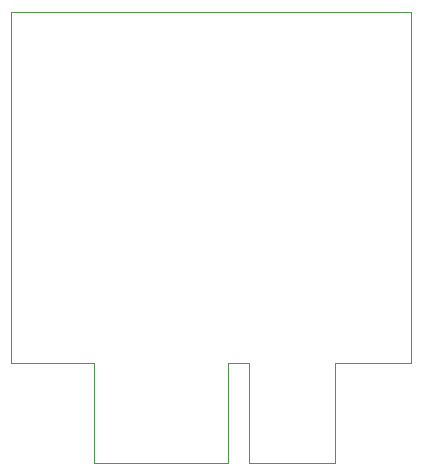
<source format=gbr>
%TF.GenerationSoftware,KiCad,Pcbnew,5.0.2-bee76a0~70~ubuntu16.04.1*%
%TF.CreationDate,2019-06-19T10:20:04+02:00*%
%TF.ProjectId,mixerin_output,6d697865-7269-46e5-9f6f-75747075742e,rev?*%
%TF.SameCoordinates,Original*%
%TF.FileFunction,Profile,NP*%
%FSLAX46Y46*%
G04 Gerber Fmt 4.6, Leading zero omitted, Abs format (unit mm)*
G04 Created by KiCad (PCBNEW 5.0.2-bee76a0~70~ubuntu16.04.1) date Mi 19 Jun 2019 10:20:04 CEST*
%MOMM*%
%LPD*%
G01*
G04 APERTURE LIST*
%ADD10C,0.100000*%
G04 APERTURE END LIST*
D10*
X108915200Y-69850000D02*
X116230400Y-69850000D01*
X108915200Y-61350000D02*
X108915200Y-69850000D01*
X107137200Y-61350000D02*
X108915200Y-61350000D01*
X107137200Y-69850000D02*
X107137200Y-61350000D01*
X122682000Y-31623000D02*
X122682000Y-61350000D01*
X88773000Y-31623000D02*
X122682000Y-31623000D01*
X88773000Y-61350000D02*
X88773000Y-31623000D01*
X95808800Y-61350000D02*
X88773000Y-61350000D01*
X95808800Y-69850000D02*
X95808800Y-61350000D01*
X107111800Y-69850000D02*
X95808800Y-69850000D01*
X116230400Y-61350000D02*
X116230400Y-69850000D01*
X122682000Y-61350000D02*
X116230400Y-61350000D01*
M02*

</source>
